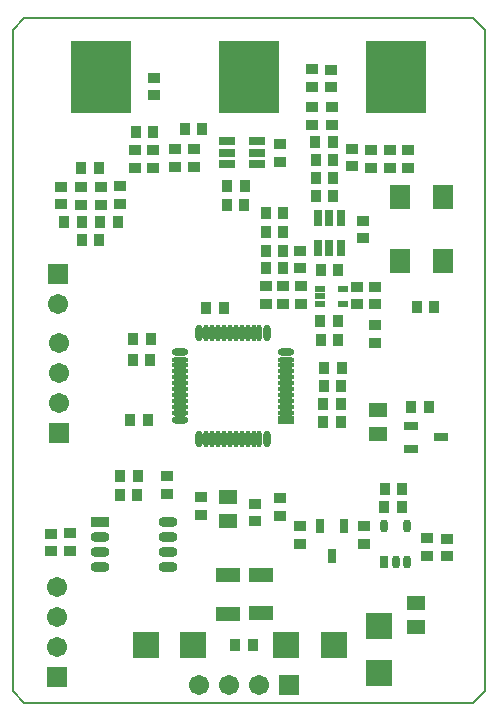
<source format=gts>
%FSLAX25Y25*%
%MOIN*%
G70*
G01*
G75*
G04 Layer_Color=8388736*
%ADD10R,0.02362X0.03937*%
%ADD11R,0.03347X0.02756*%
%ADD12R,0.02362X0.04724*%
%ADD13R,0.03347X0.01575*%
%ADD14R,0.06299X0.07087*%
%ADD15R,0.02756X0.03347*%
%ADD16R,0.04724X0.02362*%
%ADD17R,0.05118X0.03937*%
%ADD18R,0.03937X0.02362*%
%ADD19O,0.00984X0.04724*%
%ADD20O,0.04724X0.00984*%
%ADD21O,0.04724X0.01772*%
%ADD22O,0.01772X0.04724*%
%ADD23R,0.04724X0.01772*%
%ADD24O,0.01969X0.03543*%
%ADD25R,0.01969X0.03543*%
%ADD26O,0.01969X0.03543*%
%ADD27R,0.07874X0.07874*%
%ADD28R,0.07874X0.07874*%
%ADD29R,0.07087X0.03937*%
%ADD30O,0.05500X0.02500*%
%ADD31R,0.05500X0.02500*%
%ADD32C,0.02000*%
%ADD33C,0.01500*%
%ADD34C,0.03000*%
%ADD35C,0.00800*%
%ADD36C,0.01200*%
%ADD37C,0.04000*%
%ADD38C,0.01000*%
%ADD39C,0.00500*%
%ADD40R,0.19685X0.23622*%
%ADD41C,0.05906*%
%ADD42R,0.05906X0.05906*%
%ADD43R,0.05906X0.05906*%
%ADD44C,0.02000*%
%ADD45C,0.03000*%
%ADD46C,0.00787*%
%ADD47R,0.03162X0.04737*%
%ADD48R,0.04147X0.03556*%
%ADD49R,0.03162X0.05524*%
%ADD50R,0.03740X0.01969*%
%ADD51R,0.07099X0.07887*%
%ADD52R,0.03556X0.04147*%
%ADD53R,0.05524X0.03162*%
%ADD54R,0.05918X0.04737*%
%ADD55R,0.04737X0.03162*%
%ADD56O,0.01784X0.05524*%
%ADD57O,0.05524X0.01784*%
%ADD58O,0.05524X0.02572*%
%ADD59O,0.02572X0.05524*%
%ADD60R,0.05524X0.02572*%
%ADD61O,0.02769X0.04343*%
%ADD62R,0.02769X0.04343*%
%ADD63O,0.02769X0.04343*%
%ADD64R,0.08674X0.08674*%
%ADD65R,0.08674X0.08674*%
%ADD66R,0.07887X0.04737*%
%ADD67O,0.06300X0.03300*%
%ADD68R,0.06300X0.03300*%
%ADD69R,0.20485X0.24422*%
%ADD70C,0.06706*%
%ADD71R,0.06706X0.06706*%
%ADD72R,0.06706X0.06706*%
D39*
X251306Y-267900D02*
X255243Y-263963D01*
Y-43490D01*
X251306Y-39553D02*
X255243Y-43490D01*
X101700Y-39553D02*
X133800D01*
X133196D02*
X184000D01*
X182409D02*
X233600D01*
X231621D02*
X251306D01*
X97763Y-43490D02*
X101700Y-39553D01*
X97763Y-263963D02*
Y-43490D01*
Y-263963D02*
X101700Y-267900D01*
X251306D01*
X101700D02*
X251306D01*
X97763Y-263963D02*
X101700Y-267900D01*
X97763Y-263963D02*
Y-43490D01*
X101700Y-39553D01*
X231621D02*
X251306D01*
X182409D02*
X233600D01*
X133196D02*
X184000D01*
X101700D02*
X133800D01*
X251306D02*
X255243Y-43490D01*
Y-263963D02*
Y-43490D01*
X251306Y-267900D02*
X255243Y-263963D01*
D47*
X200226Y-209000D02*
D03*
X204163Y-218843D02*
D03*
X208100Y-209000D02*
D03*
D48*
X193700D02*
D03*
Y-214906D02*
D03*
X214900Y-209000D02*
D03*
Y-214906D02*
D03*
X158100Y-89200D02*
D03*
Y-83294D02*
D03*
X151800Y-89200D02*
D03*
Y-83294D02*
D03*
X144700Y-89400D02*
D03*
Y-83495D02*
D03*
X193900Y-134800D02*
D03*
Y-128894D02*
D03*
X218500Y-135000D02*
D03*
Y-129095D02*
D03*
Y-147800D02*
D03*
Y-141894D02*
D03*
X120600Y-101900D02*
D03*
Y-95995D02*
D03*
X127300Y-101800D02*
D03*
Y-95894D02*
D03*
X133700Y-95500D02*
D03*
Y-101406D02*
D03*
X197600Y-56700D02*
D03*
Y-62606D02*
D03*
X197500Y-69200D02*
D03*
Y-75106D02*
D03*
X229700Y-89400D02*
D03*
Y-83495D02*
D03*
X210900Y-83100D02*
D03*
Y-89006D02*
D03*
X223600Y-83500D02*
D03*
Y-89406D02*
D03*
X113800Y-95800D02*
D03*
Y-101706D02*
D03*
X212600Y-135000D02*
D03*
Y-129095D02*
D03*
X182100Y-134800D02*
D03*
Y-128894D02*
D03*
X204300Y-69200D02*
D03*
Y-75106D02*
D03*
X204000Y-56800D02*
D03*
Y-62705D02*
D03*
X217100Y-89500D02*
D03*
Y-83595D02*
D03*
X188000Y-128900D02*
D03*
Y-134806D02*
D03*
X144800Y-65300D02*
D03*
Y-59395D02*
D03*
X186800Y-81695D02*
D03*
Y-87600D02*
D03*
X138600Y-89400D02*
D03*
Y-83495D02*
D03*
X214600Y-107095D02*
D03*
Y-113000D02*
D03*
X193700Y-117095D02*
D03*
Y-123000D02*
D03*
X242400Y-219005D02*
D03*
Y-213100D02*
D03*
X235900Y-212995D02*
D03*
Y-218900D02*
D03*
X187000Y-199495D02*
D03*
Y-205400D02*
D03*
X110700Y-217300D02*
D03*
Y-211395D02*
D03*
X117000Y-217100D02*
D03*
Y-211194D02*
D03*
X149300Y-198205D02*
D03*
Y-192300D02*
D03*
X160500Y-205205D02*
D03*
Y-199300D02*
D03*
X178523Y-201395D02*
D03*
Y-207300D02*
D03*
D49*
X199600Y-116300D02*
D03*
X203340D02*
D03*
X207080D02*
D03*
Y-106064D02*
D03*
X203340D02*
D03*
X199600D02*
D03*
D50*
X207740Y-129741D02*
D03*
Y-134859D02*
D03*
X200260D02*
D03*
Y-132300D02*
D03*
Y-129741D02*
D03*
D51*
X241200Y-99340D02*
D03*
Y-120600D02*
D03*
X227027Y-99340D02*
D03*
Y-120600D02*
D03*
D52*
X200400Y-123400D02*
D03*
X206306D02*
D03*
X206200Y-140500D02*
D03*
X200294D02*
D03*
X188000Y-123000D02*
D03*
X182095D02*
D03*
X188000Y-110900D02*
D03*
X182095D02*
D03*
X120500Y-89500D02*
D03*
X126406D02*
D03*
X188000Y-117100D02*
D03*
X182095D02*
D03*
X175200Y-95400D02*
D03*
X169295D02*
D03*
X204600Y-80900D02*
D03*
X198695D02*
D03*
X188000Y-104700D02*
D03*
X182095D02*
D03*
X204700Y-92800D02*
D03*
X198794D02*
D03*
X232400Y-135800D02*
D03*
X238305D02*
D03*
X120800Y-107600D02*
D03*
X114894D02*
D03*
X144700Y-77400D02*
D03*
X138795D02*
D03*
X206300Y-146900D02*
D03*
X200395D02*
D03*
X175000Y-102000D02*
D03*
X169095D02*
D03*
X201294Y-174100D02*
D03*
X207200D02*
D03*
X201594Y-156200D02*
D03*
X207500D02*
D03*
X142806Y-173400D02*
D03*
X136900D02*
D03*
X201395Y-162200D02*
D03*
X207300D02*
D03*
X207200Y-168100D02*
D03*
X201294D02*
D03*
X168100Y-136100D02*
D03*
X162195D02*
D03*
X132905Y-107600D02*
D03*
X127000D02*
D03*
X126706Y-113600D02*
D03*
X120800D02*
D03*
X198794Y-98800D02*
D03*
X204700D02*
D03*
X198794Y-86800D02*
D03*
X204700D02*
D03*
X221795Y-196700D02*
D03*
X227700D02*
D03*
X227606Y-202700D02*
D03*
X221700D02*
D03*
X177800Y-248500D02*
D03*
X171895D02*
D03*
X133500Y-192100D02*
D03*
X139406D02*
D03*
X133400Y-198500D02*
D03*
X139305D02*
D03*
X236631Y-169100D02*
D03*
X230726D02*
D03*
X143806Y-146400D02*
D03*
X137900D02*
D03*
X143705Y-153400D02*
D03*
X137800D02*
D03*
X161005Y-76600D02*
D03*
X155100D02*
D03*
D53*
X169100Y-80700D02*
D03*
Y-84440D02*
D03*
Y-88180D02*
D03*
X179336D02*
D03*
Y-84440D02*
D03*
Y-80700D02*
D03*
D54*
X219400Y-170200D02*
D03*
Y-178074D02*
D03*
X232200Y-234626D02*
D03*
Y-242500D02*
D03*
X169500Y-207100D02*
D03*
Y-199226D02*
D03*
D55*
X230700Y-175400D02*
D03*
X240543Y-179337D02*
D03*
X230700Y-183274D02*
D03*
D56*
X176105Y-144525D02*
D03*
X168231D02*
D03*
X174136D02*
D03*
X170199D02*
D03*
X172168D02*
D03*
X164294D02*
D03*
X170199Y-179958D02*
D03*
X162325D02*
D03*
X178073Y-144525D02*
D03*
X166262D02*
D03*
X164294Y-179958D02*
D03*
X166262D02*
D03*
X168231D02*
D03*
X172168D02*
D03*
X174136D02*
D03*
X176105D02*
D03*
X178073D02*
D03*
X180042D02*
D03*
Y-144525D02*
D03*
X162325D02*
D03*
D57*
X188900Y-155352D02*
D03*
Y-165194D02*
D03*
Y-159289D02*
D03*
Y-153383D02*
D03*
Y-163226D02*
D03*
Y-169132D02*
D03*
X153467Y-161258D02*
D03*
Y-157320D02*
D03*
Y-155352D02*
D03*
X188900Y-171100D02*
D03*
X153467D02*
D03*
X188900Y-161258D02*
D03*
Y-167163D02*
D03*
X153467Y-153383D02*
D03*
Y-163226D02*
D03*
Y-167163D02*
D03*
Y-165194D02*
D03*
Y-159289D02*
D03*
X153467Y-169132D02*
D03*
X188900Y-157320D02*
D03*
D58*
Y-151021D02*
D03*
X153467D02*
D03*
Y-173462D02*
D03*
D59*
X182404Y-144525D02*
D03*
X159963Y-179958D02*
D03*
X182404D02*
D03*
X159963Y-144525D02*
D03*
D60*
X188900Y-173462D02*
D03*
D61*
X229180Y-208989D02*
D03*
X225440Y-220800D02*
D03*
X229180D02*
D03*
D62*
X221700D02*
D03*
D63*
Y-208989D02*
D03*
D64*
X219900Y-242252D02*
D03*
Y-258000D02*
D03*
D65*
X189052Y-248500D02*
D03*
X204800D02*
D03*
X158048D02*
D03*
X142300D02*
D03*
D66*
X180500Y-237900D02*
D03*
Y-225105D02*
D03*
X169600Y-238100D02*
D03*
Y-225305D02*
D03*
D67*
X149538Y-217400D02*
D03*
Y-207400D02*
D03*
Y-222400D02*
D03*
X126900Y-217400D02*
D03*
Y-222400D02*
D03*
X149538Y-212400D02*
D03*
X126900D02*
D03*
D68*
Y-207400D02*
D03*
D69*
X225700Y-59300D02*
D03*
X176500D02*
D03*
X127300D02*
D03*
D70*
X112600Y-229300D02*
D03*
Y-239300D02*
D03*
Y-249300D02*
D03*
X113300Y-167800D02*
D03*
Y-157800D02*
D03*
Y-147800D02*
D03*
X180000Y-262000D02*
D03*
X170000D02*
D03*
X160000D02*
D03*
X112900Y-134800D02*
D03*
D71*
X112600Y-259300D02*
D03*
X113300Y-177800D02*
D03*
X112900Y-124800D02*
D03*
D72*
X190000Y-262000D02*
D03*
M02*

</source>
